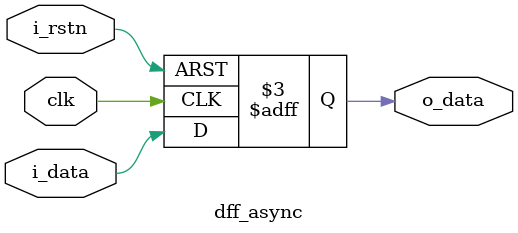
<source format=v>
module dff_sync
(
	input		i_rstn,
	input		clk,
	input		i_data,
	output reg	o_data
);


always @(posedge clk) begin
	if(!i_rstn) begin
		o_data <= 1'b0;
	end else begin
		o_data <= i_data;
	end
end

endmodule


module dff_async
(
	input		i_rstn,
	input		clk,
	input		i_data,
	output reg	o_data
);


always @(posedge clk or negedge i_rstn) begin
	if(!i_rstn) begin
		o_data <= 1'b0;
	end else begin
		o_data <= i_data;
	end
end

endmodule

</source>
